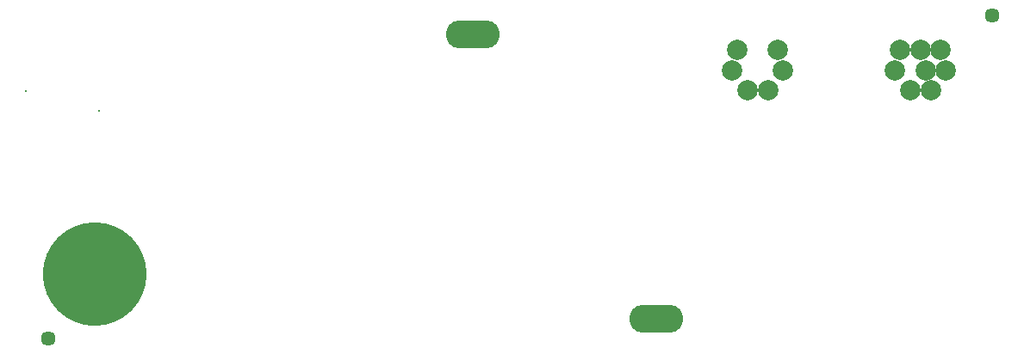
<source format=gbs>
G04*
G04 #@! TF.GenerationSoftware,Altium Limited,Altium Designer,23.2.1 (34)*
G04*
G04 Layer_Color=16711935*
%FSLAX44Y44*%
%MOMM*%
G71*
G04*
G04 #@! TF.SameCoordinates,C9E59ACA-6E94-426F-9901-F0231D443E17*
G04*
G04*
G04 #@! TF.FilePolarity,Negative*
G04*
G01*
G75*
%ADD76C,1.4480*%
%ADD78C,2.0032*%
%ADD80C,10.2032*%
%ADD81O,5.2832X2.7432*%
%ADD98R,0.2032X0.2032*%
%ADD99C,0.2032*%
D76*
X1053230Y342158D02*
D03*
X124922Y24378D02*
D03*
D78*
X972450Y268510D02*
D03*
X992450D02*
D03*
X1007450Y288510D02*
D03*
X987450D02*
D03*
X957450D02*
D03*
X1002450Y308510D02*
D03*
X962450D02*
D03*
X982450D02*
D03*
X802450D02*
D03*
X842450D02*
D03*
X797450Y288510D02*
D03*
X847450D02*
D03*
X832450Y268510D02*
D03*
X812450D02*
D03*
D80*
X170450Y87510D02*
D03*
D81*
X542450Y323510D02*
D03*
X722450Y43510D02*
D03*
D98*
X102500Y267500D02*
D03*
D99*
X174950Y248510D02*
D03*
M02*

</source>
